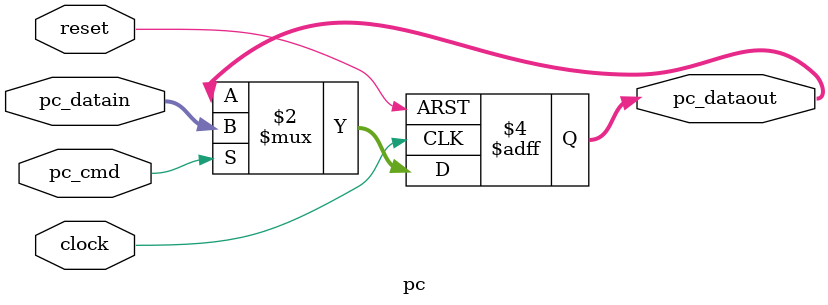
<source format=v>
module pc (clock,reset,pc_cmd,pc_datain,pc_dataout);

input clock, reset, pc_cmd;
input [11:0] pc_datain;
output reg [11:0] pc_dataout;
wire [11:0] pc_next;                       

always@ (posedge clock or posedge reset)
begin
	if(reset)                              
		pc_dataout <= 0;
	else begin
		if(pc_cmd)                             
			pc_dataout <= pc_datain;
	end
end               
endmodule 
</source>
